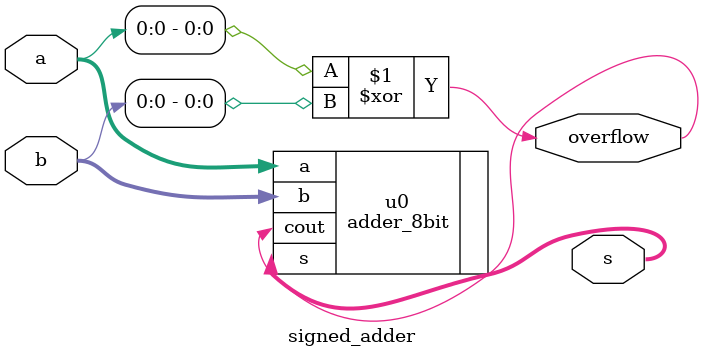
<source format=v>

module signed_adder(input [7:0] a,
    input [7:0] b,
    output [7:0] s,
    output overflow
); 

// The numbers a and b are added to the output s. 
// assign the occurence of the signed overflow of a and b to the output overflow.
// a signed overflow occurs if the most significant bits of a and b are low and the most significant bit of s is high
// a signed overflow may also occur if the most significant bits of a and b are high and the most significant bit of s is low

	// assign the first bit of each input to the output overflow
	assign overflow = a[0] ^ b[0];
	
	// instantiate the adder
	adder_8bit u0 (
	// a and b are added to s
	.a(a),
	.b(b),
	.s(s),
	// s is assigned to s
	.cout(overflow)
	);

endmodule

</source>
